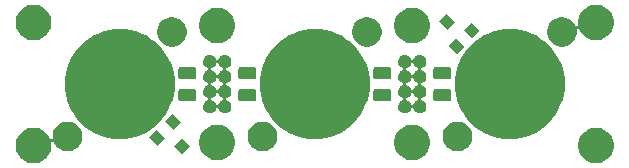
<source format=gbr>
G04 #@! TF.GenerationSoftware,KiCad,Pcbnew,(5.1.4)-1*
G04 #@! TF.CreationDate,2019-11-14T22:55:44-08:00*
G04 #@! TF.ProjectId,SkateLightLEDBoard,536b6174-654c-4696-9768-744c4544426f,rev?*
G04 #@! TF.SameCoordinates,Original*
G04 #@! TF.FileFunction,Soldermask,Top*
G04 #@! TF.FilePolarity,Negative*
%FSLAX46Y46*%
G04 Gerber Fmt 4.6, Leading zero omitted, Abs format (unit mm)*
G04 Created by KiCad (PCBNEW (5.1.4)-1) date 2019-11-14 22:55:44*
%MOMM*%
%LPD*%
G04 APERTURE LIST*
%ADD10C,0.100000*%
G04 APERTURE END LIST*
D10*
G36*
X-20568097Y-3220075D02*
G01*
X-20340429Y-3314378D01*
X-20135534Y-3451285D01*
X-19961285Y-3625534D01*
X-19824378Y-3830429D01*
X-19824377Y-3830431D01*
X-19730075Y-4058097D01*
X-19682000Y-4299786D01*
X-19682000Y-4546214D01*
X-19725741Y-4766113D01*
X-19730075Y-4787903D01*
X-19824378Y-5015571D01*
X-19961285Y-5220466D01*
X-20135534Y-5394715D01*
X-20340429Y-5531622D01*
X-20340430Y-5531623D01*
X-20340431Y-5531623D01*
X-20568097Y-5625925D01*
X-20809786Y-5674000D01*
X-21056214Y-5674000D01*
X-21297903Y-5625925D01*
X-21525569Y-5531623D01*
X-21525570Y-5531623D01*
X-21525571Y-5531622D01*
X-21730466Y-5394715D01*
X-21904715Y-5220466D01*
X-22041622Y-5015571D01*
X-22071244Y-4944058D01*
X-22082795Y-4922447D01*
X-22098340Y-4903505D01*
X-22117282Y-4887960D01*
X-22138893Y-4876409D01*
X-22162342Y-4869296D01*
X-22186728Y-4866894D01*
X-22211114Y-4869296D01*
X-22234563Y-4876409D01*
X-22256174Y-4887960D01*
X-22275116Y-4903505D01*
X-22290661Y-4922447D01*
X-22302212Y-4944058D01*
X-22309325Y-4967507D01*
X-22311727Y-4991893D01*
X-22309326Y-5016275D01*
X-22301000Y-5058130D01*
X-22301000Y-5355870D01*
X-22359086Y-5647888D01*
X-22473026Y-5922964D01*
X-22638441Y-6170525D01*
X-22848975Y-6381059D01*
X-23096536Y-6546474D01*
X-23371612Y-6660414D01*
X-23517621Y-6689457D01*
X-23663629Y-6718500D01*
X-23961371Y-6718500D01*
X-24107379Y-6689457D01*
X-24253388Y-6660414D01*
X-24528464Y-6546474D01*
X-24776025Y-6381059D01*
X-24986559Y-6170525D01*
X-25151974Y-5922964D01*
X-25265914Y-5647888D01*
X-25324000Y-5355870D01*
X-25324000Y-5058130D01*
X-25315534Y-5015571D01*
X-25273476Y-4804129D01*
X-25265914Y-4766112D01*
X-25151974Y-4491036D01*
X-24986559Y-4243475D01*
X-24776025Y-4032941D01*
X-24528464Y-3867526D01*
X-24253388Y-3753586D01*
X-24107379Y-3724543D01*
X-23961371Y-3695500D01*
X-23663629Y-3695500D01*
X-23517621Y-3724543D01*
X-23371612Y-3753586D01*
X-23096536Y-3867526D01*
X-22848975Y-4032941D01*
X-22638441Y-4243475D01*
X-22473026Y-4491036D01*
X-22423763Y-4609967D01*
X-22412216Y-4631571D01*
X-22396671Y-4650513D01*
X-22377729Y-4666058D01*
X-22356118Y-4677609D01*
X-22332669Y-4684722D01*
X-22308283Y-4687124D01*
X-22283897Y-4684722D01*
X-22260448Y-4677609D01*
X-22238837Y-4666058D01*
X-22219895Y-4650513D01*
X-22204350Y-4631571D01*
X-22192799Y-4609960D01*
X-22185686Y-4586511D01*
X-22183284Y-4562125D01*
X-22184000Y-4554853D01*
X-22184000Y-4299786D01*
X-22135925Y-4058097D01*
X-22041623Y-3830431D01*
X-22041622Y-3830429D01*
X-21904715Y-3625534D01*
X-21730466Y-3451285D01*
X-21525571Y-3314378D01*
X-21297903Y-3220075D01*
X-21056214Y-3172000D01*
X-20809786Y-3172000D01*
X-20568097Y-3220075D01*
X-20568097Y-3220075D01*
G37*
G36*
X24107379Y-3724543D02*
G01*
X24253388Y-3753586D01*
X24528464Y-3867526D01*
X24776025Y-4032941D01*
X24986559Y-4243475D01*
X25151974Y-4491036D01*
X25265914Y-4766112D01*
X25273476Y-4804129D01*
X25315535Y-5015571D01*
X25324000Y-5058130D01*
X25324000Y-5355870D01*
X25265914Y-5647888D01*
X25151974Y-5922964D01*
X24986559Y-6170525D01*
X24776025Y-6381059D01*
X24528464Y-6546474D01*
X24253388Y-6660414D01*
X24107379Y-6689457D01*
X23961371Y-6718500D01*
X23663629Y-6718500D01*
X23517621Y-6689457D01*
X23371612Y-6660414D01*
X23096536Y-6546474D01*
X22848975Y-6381059D01*
X22638441Y-6170525D01*
X22473026Y-5922964D01*
X22359086Y-5647888D01*
X22301000Y-5355870D01*
X22301000Y-5058130D01*
X22309466Y-5015571D01*
X22351524Y-4804129D01*
X22359086Y-4766112D01*
X22473026Y-4491036D01*
X22638441Y-4243475D01*
X22848975Y-4032941D01*
X23096536Y-3867526D01*
X23371612Y-3753586D01*
X23517621Y-3724543D01*
X23663629Y-3695500D01*
X23961371Y-3695500D01*
X24107379Y-3724543D01*
X24107379Y-3724543D01*
G37*
G36*
X8453063Y-3451285D02*
G01*
X8695888Y-3499586D01*
X8970964Y-3613526D01*
X9218525Y-3778941D01*
X9429059Y-3989475D01*
X9594474Y-4237036D01*
X9708414Y-4512112D01*
X9766500Y-4804130D01*
X9766500Y-5101870D01*
X9708414Y-5393888D01*
X9594474Y-5668964D01*
X9429059Y-5916525D01*
X9218525Y-6127059D01*
X8970964Y-6292474D01*
X8695888Y-6406414D01*
X8549879Y-6435457D01*
X8403871Y-6464500D01*
X8106129Y-6464500D01*
X7960121Y-6435457D01*
X7814112Y-6406414D01*
X7539036Y-6292474D01*
X7291475Y-6127059D01*
X7080941Y-5916525D01*
X6915526Y-5668964D01*
X6801586Y-5393888D01*
X6743500Y-5101870D01*
X6743500Y-4804130D01*
X6801586Y-4512112D01*
X6915526Y-4237036D01*
X7080941Y-3989475D01*
X7291475Y-3778941D01*
X7539036Y-3613526D01*
X7814112Y-3499586D01*
X8056937Y-3451285D01*
X8106129Y-3441500D01*
X8403871Y-3441500D01*
X8453063Y-3451285D01*
X8453063Y-3451285D01*
G37*
G36*
X-8056937Y-3451285D02*
G01*
X-7814112Y-3499586D01*
X-7539036Y-3613526D01*
X-7291475Y-3778941D01*
X-7080941Y-3989475D01*
X-6915526Y-4237036D01*
X-6801586Y-4512112D01*
X-6743500Y-4804130D01*
X-6743500Y-5101870D01*
X-6801586Y-5393888D01*
X-6915526Y-5668964D01*
X-7080941Y-5916525D01*
X-7291475Y-6127059D01*
X-7539036Y-6292474D01*
X-7814112Y-6406414D01*
X-7960121Y-6435457D01*
X-8106129Y-6464500D01*
X-8403871Y-6464500D01*
X-8549879Y-6435457D01*
X-8695888Y-6406414D01*
X-8970964Y-6292474D01*
X-9218525Y-6127059D01*
X-9429059Y-5916525D01*
X-9594474Y-5668964D01*
X-9708414Y-5393888D01*
X-9766500Y-5101870D01*
X-9766500Y-4804130D01*
X-9708414Y-4512112D01*
X-9594474Y-4237036D01*
X-9429059Y-3989475D01*
X-9218525Y-3778941D01*
X-8970964Y-3613526D01*
X-8695888Y-3499586D01*
X-8453063Y-3451285D01*
X-8403871Y-3441500D01*
X-8106129Y-3441500D01*
X-8056937Y-3451285D01*
X-8056937Y-3451285D01*
G37*
G36*
X-10557727Y-5314462D02*
G01*
X-11195538Y-5952273D01*
X-11904059Y-5243752D01*
X-11266248Y-4605941D01*
X-10557727Y-5314462D01*
X-10557727Y-5314462D01*
G37*
G36*
X-4058097Y-3220075D02*
G01*
X-3830429Y-3314378D01*
X-3625534Y-3451285D01*
X-3451285Y-3625534D01*
X-3314378Y-3830429D01*
X-3314377Y-3830431D01*
X-3220075Y-4058097D01*
X-3172000Y-4299786D01*
X-3172000Y-4546214D01*
X-3215741Y-4766113D01*
X-3220075Y-4787903D01*
X-3314378Y-5015571D01*
X-3451285Y-5220466D01*
X-3625534Y-5394715D01*
X-3830429Y-5531622D01*
X-3830430Y-5531623D01*
X-3830431Y-5531623D01*
X-4058097Y-5625925D01*
X-4299786Y-5674000D01*
X-4546214Y-5674000D01*
X-4787903Y-5625925D01*
X-5015569Y-5531623D01*
X-5015570Y-5531623D01*
X-5015571Y-5531622D01*
X-5220466Y-5394715D01*
X-5394715Y-5220466D01*
X-5531622Y-5015571D01*
X-5625925Y-4787903D01*
X-5630259Y-4766113D01*
X-5674000Y-4546214D01*
X-5674000Y-4299786D01*
X-5625925Y-4058097D01*
X-5531623Y-3830431D01*
X-5531622Y-3830429D01*
X-5394715Y-3625534D01*
X-5220466Y-3451285D01*
X-5015571Y-3314378D01*
X-4787903Y-3220075D01*
X-4546214Y-3172000D01*
X-4299786Y-3172000D01*
X-4058097Y-3220075D01*
X-4058097Y-3220075D01*
G37*
G36*
X12451903Y-3220075D02*
G01*
X12679571Y-3314378D01*
X12884466Y-3451285D01*
X13058715Y-3625534D01*
X13195622Y-3830429D01*
X13195623Y-3830431D01*
X13289925Y-4058097D01*
X13338000Y-4299786D01*
X13338000Y-4546214D01*
X13294259Y-4766113D01*
X13289925Y-4787903D01*
X13195622Y-5015571D01*
X13058715Y-5220466D01*
X12884466Y-5394715D01*
X12679571Y-5531622D01*
X12679570Y-5531623D01*
X12679569Y-5531623D01*
X12451903Y-5625925D01*
X12210214Y-5674000D01*
X11963786Y-5674000D01*
X11722097Y-5625925D01*
X11494431Y-5531623D01*
X11494430Y-5531623D01*
X11494429Y-5531622D01*
X11289534Y-5394715D01*
X11115285Y-5220466D01*
X10978378Y-5015571D01*
X10884075Y-4787903D01*
X10879741Y-4766113D01*
X10836000Y-4546214D01*
X10836000Y-4299786D01*
X10884075Y-4058097D01*
X10978377Y-3830431D01*
X10978378Y-3830429D01*
X11115285Y-3625534D01*
X11289534Y-3451285D01*
X11494429Y-3314378D01*
X11722097Y-3220075D01*
X11963786Y-3172000D01*
X12210214Y-3172000D01*
X12451903Y-3220075D01*
X12451903Y-3220075D01*
G37*
G36*
X-12643692Y-4572000D02*
G01*
X-13281503Y-5209811D01*
X-13990024Y-4501290D01*
X-13352213Y-3863479D01*
X-12643692Y-4572000D01*
X-12643692Y-4572000D01*
G37*
G36*
X-15153354Y4472265D02*
G01*
X-14802751Y4327041D01*
X-14306925Y4121663D01*
X-13756060Y3753586D01*
X-13546445Y3613526D01*
X-13545160Y3612667D01*
X-12897333Y2964840D01*
X-12388337Y2203075D01*
X-12207350Y1766133D01*
X-12037735Y1356646D01*
X-11859000Y458085D01*
X-11859000Y-458085D01*
X-12037735Y-1356646D01*
X-12155192Y-1640211D01*
X-12388337Y-2203075D01*
X-12600084Y-2519976D01*
X-12897332Y-2964839D01*
X-13545161Y-3612668D01*
X-13669128Y-3695500D01*
X-14306925Y-4121663D01*
X-14736953Y-4299786D01*
X-15153354Y-4472265D01*
X-16051915Y-4651000D01*
X-16968085Y-4651000D01*
X-17866646Y-4472265D01*
X-18283047Y-4299786D01*
X-18713075Y-4121663D01*
X-19350872Y-3695500D01*
X-19474839Y-3612668D01*
X-20122668Y-2964839D01*
X-20419916Y-2519976D01*
X-20631663Y-2203075D01*
X-20864808Y-1640211D01*
X-20982265Y-1356646D01*
X-21161000Y-458085D01*
X-21161000Y458085D01*
X-20982265Y1356646D01*
X-20812650Y1766133D01*
X-20631663Y2203075D01*
X-20122667Y2964840D01*
X-19474840Y3612667D01*
X-19473554Y3613526D01*
X-19263940Y3753586D01*
X-18713075Y4121663D01*
X-18217249Y4327041D01*
X-17866646Y4472265D01*
X-16968085Y4651000D01*
X-16051915Y4651000D01*
X-15153354Y4472265D01*
X-15153354Y4472265D01*
G37*
G36*
X1356646Y4472265D02*
G01*
X1707249Y4327041D01*
X2203075Y4121663D01*
X2753940Y3753586D01*
X2963555Y3613526D01*
X2964840Y3612667D01*
X3612667Y2964840D01*
X4121663Y2203075D01*
X4302650Y1766133D01*
X4472265Y1356646D01*
X4651000Y458085D01*
X4651000Y-458085D01*
X4472265Y-1356646D01*
X4354808Y-1640211D01*
X4121663Y-2203075D01*
X3909916Y-2519976D01*
X3612668Y-2964839D01*
X2964839Y-3612668D01*
X2840872Y-3695500D01*
X2203075Y-4121663D01*
X1773047Y-4299786D01*
X1356646Y-4472265D01*
X458085Y-4651000D01*
X-458085Y-4651000D01*
X-1356646Y-4472265D01*
X-1773047Y-4299786D01*
X-2203075Y-4121663D01*
X-2840872Y-3695500D01*
X-2964839Y-3612668D01*
X-3612668Y-2964839D01*
X-3909916Y-2519976D01*
X-4121663Y-2203075D01*
X-4354808Y-1640211D01*
X-4472265Y-1356646D01*
X-4651000Y-458085D01*
X-4651000Y458085D01*
X-4472265Y1356646D01*
X-4302650Y1766133D01*
X-4121663Y2203075D01*
X-3612667Y2964840D01*
X-2964840Y3612667D01*
X-2963554Y3613526D01*
X-2753940Y3753586D01*
X-2203075Y4121663D01*
X-1707249Y4327041D01*
X-1356646Y4472265D01*
X-458085Y4651000D01*
X458085Y4651000D01*
X1356646Y4472265D01*
X1356646Y4472265D01*
G37*
G36*
X17866646Y4472265D02*
G01*
X18217249Y4327041D01*
X18713075Y4121663D01*
X19263940Y3753586D01*
X19473555Y3613526D01*
X19474840Y3612667D01*
X20122667Y2964840D01*
X20631663Y2203075D01*
X20812650Y1766133D01*
X20982265Y1356646D01*
X21161000Y458085D01*
X21161000Y-458085D01*
X20982265Y-1356646D01*
X20864808Y-1640211D01*
X20631663Y-2203075D01*
X20419916Y-2519976D01*
X20122668Y-2964839D01*
X19474839Y-3612668D01*
X19350872Y-3695500D01*
X18713075Y-4121663D01*
X18283047Y-4299786D01*
X17866646Y-4472265D01*
X16968085Y-4651000D01*
X16051915Y-4651000D01*
X15153354Y-4472265D01*
X14736953Y-4299786D01*
X14306925Y-4121663D01*
X13669128Y-3695500D01*
X13545161Y-3612668D01*
X12897332Y-2964839D01*
X12600084Y-2519976D01*
X12388337Y-2203075D01*
X12155192Y-1640211D01*
X12037735Y-1356646D01*
X11859000Y-458085D01*
X11859000Y458085D01*
X12037735Y1356646D01*
X12207350Y1766133D01*
X12388337Y2203075D01*
X12897333Y2964840D01*
X13545160Y3612667D01*
X13546446Y3613526D01*
X13756060Y3753586D01*
X14306925Y4121663D01*
X14802751Y4327041D01*
X15153354Y4472265D01*
X16051915Y4651000D01*
X16968085Y4651000D01*
X17866646Y4472265D01*
X17866646Y4472265D01*
G37*
G36*
X-11300189Y-3228497D02*
G01*
X-11938000Y-3866308D01*
X-12646521Y-3157787D01*
X-12008710Y-2519976D01*
X-11300189Y-3228497D01*
X-11300189Y-3228497D01*
G37*
G36*
X-8726949Y2442520D02*
G01*
X-8676080Y2421449D01*
X-8625214Y2400380D01*
X-8533658Y2339204D01*
X-8455796Y2261342D01*
X-8394620Y2169786D01*
X-8370484Y2111515D01*
X-8358932Y2089905D01*
X-8343387Y2070963D01*
X-8324445Y2055418D01*
X-8302834Y2043867D01*
X-8279385Y2036754D01*
X-8254999Y2034352D01*
X-8230613Y2036754D01*
X-8207164Y2043867D01*
X-8185554Y2055419D01*
X-8166612Y2070964D01*
X-8151067Y2089906D01*
X-8139516Y2111515D01*
X-8115380Y2169786D01*
X-8054204Y2261342D01*
X-7976342Y2339204D01*
X-7884786Y2400380D01*
X-7833920Y2421449D01*
X-7783051Y2442520D01*
X-7675059Y2464000D01*
X-7564941Y2464000D01*
X-7456949Y2442520D01*
X-7406080Y2421449D01*
X-7355214Y2400380D01*
X-7263658Y2339204D01*
X-7185796Y2261342D01*
X-7124620Y2169786D01*
X-7103551Y2118920D01*
X-7082480Y2068051D01*
X-7061000Y1960059D01*
X-7061000Y1849941D01*
X-7082480Y1741949D01*
X-7091533Y1720094D01*
X-7124620Y1640214D01*
X-7185796Y1548658D01*
X-7263658Y1470796D01*
X-7355214Y1409620D01*
X-7413485Y1385484D01*
X-7435095Y1373932D01*
X-7454037Y1358387D01*
X-7469582Y1339445D01*
X-7481133Y1317834D01*
X-7488246Y1294385D01*
X-7490648Y1269999D01*
X-7488246Y1245613D01*
X-7481133Y1222164D01*
X-7469581Y1200554D01*
X-7454036Y1181612D01*
X-7435094Y1166067D01*
X-7413487Y1154517D01*
X-7355214Y1130380D01*
X-7263658Y1069204D01*
X-7185796Y991342D01*
X-7124620Y899786D01*
X-7103551Y848920D01*
X-7082480Y798051D01*
X-7061000Y690059D01*
X-7061000Y579941D01*
X-7082480Y471949D01*
X-7091533Y450094D01*
X-7124620Y370214D01*
X-7185796Y278658D01*
X-7263658Y200796D01*
X-7355214Y139620D01*
X-7413485Y115484D01*
X-7435095Y103932D01*
X-7454037Y88387D01*
X-7469582Y69445D01*
X-7481133Y47834D01*
X-7488246Y24385D01*
X-7490648Y-1D01*
X-7488246Y-24387D01*
X-7481133Y-47836D01*
X-7469581Y-69446D01*
X-7454036Y-88388D01*
X-7435094Y-103933D01*
X-7413487Y-115483D01*
X-7355214Y-139620D01*
X-7263658Y-200796D01*
X-7185796Y-278658D01*
X-7124620Y-370214D01*
X-7112697Y-399000D01*
X-7082480Y-471949D01*
X-7061000Y-579941D01*
X-7061000Y-690059D01*
X-7082480Y-798051D01*
X-7091533Y-819906D01*
X-7124620Y-899786D01*
X-7185796Y-991342D01*
X-7263658Y-1069204D01*
X-7355214Y-1130380D01*
X-7413485Y-1154516D01*
X-7435095Y-1166068D01*
X-7454037Y-1181613D01*
X-7469582Y-1200555D01*
X-7481133Y-1222166D01*
X-7488246Y-1245615D01*
X-7490648Y-1270001D01*
X-7488246Y-1294387D01*
X-7481133Y-1317836D01*
X-7469581Y-1339446D01*
X-7454036Y-1358388D01*
X-7435094Y-1373933D01*
X-7413487Y-1385483D01*
X-7355214Y-1409620D01*
X-7263658Y-1470796D01*
X-7185796Y-1548658D01*
X-7124620Y-1640214D01*
X-7103551Y-1691080D01*
X-7082480Y-1741949D01*
X-7061000Y-1849941D01*
X-7061000Y-1960059D01*
X-7082480Y-2068051D01*
X-7091533Y-2089906D01*
X-7124620Y-2169786D01*
X-7185796Y-2261342D01*
X-7263658Y-2339204D01*
X-7355214Y-2400380D01*
X-7406080Y-2421449D01*
X-7456949Y-2442520D01*
X-7564941Y-2464000D01*
X-7675059Y-2464000D01*
X-7783051Y-2442520D01*
X-7833920Y-2421449D01*
X-7884786Y-2400380D01*
X-7976342Y-2339204D01*
X-8054204Y-2261342D01*
X-8115380Y-2169786D01*
X-8139517Y-2111513D01*
X-8151068Y-2089905D01*
X-8166613Y-2070963D01*
X-8185555Y-2055418D01*
X-8207166Y-2043867D01*
X-8230615Y-2036754D01*
X-8255001Y-2034352D01*
X-8279387Y-2036754D01*
X-8302836Y-2043867D01*
X-8324446Y-2055419D01*
X-8343388Y-2070964D01*
X-8358933Y-2089906D01*
X-8370483Y-2111513D01*
X-8394620Y-2169786D01*
X-8455796Y-2261342D01*
X-8533658Y-2339204D01*
X-8625214Y-2400380D01*
X-8676080Y-2421449D01*
X-8726949Y-2442520D01*
X-8834941Y-2464000D01*
X-8945059Y-2464000D01*
X-9053051Y-2442520D01*
X-9103920Y-2421449D01*
X-9154786Y-2400380D01*
X-9246342Y-2339204D01*
X-9324204Y-2261342D01*
X-9385380Y-2169786D01*
X-9418467Y-2089906D01*
X-9427520Y-2068051D01*
X-9449000Y-1960059D01*
X-9449000Y-1849941D01*
X-9427520Y-1741949D01*
X-9406449Y-1691080D01*
X-9385380Y-1640214D01*
X-9324204Y-1548658D01*
X-9246342Y-1470796D01*
X-9154786Y-1409620D01*
X-9096513Y-1385483D01*
X-9074905Y-1373932D01*
X-9055963Y-1358387D01*
X-9040418Y-1339445D01*
X-9028867Y-1317834D01*
X-9021754Y-1294385D01*
X-9019353Y-1270001D01*
X-8760648Y-1270001D01*
X-8758246Y-1294387D01*
X-8751133Y-1317836D01*
X-8739581Y-1339446D01*
X-8724036Y-1358388D01*
X-8705094Y-1373933D01*
X-8683487Y-1385483D01*
X-8625214Y-1409620D01*
X-8533658Y-1470796D01*
X-8455796Y-1548658D01*
X-8394620Y-1640214D01*
X-8370484Y-1698485D01*
X-8358932Y-1720095D01*
X-8343387Y-1739037D01*
X-8324445Y-1754582D01*
X-8302834Y-1766133D01*
X-8279385Y-1773246D01*
X-8254999Y-1775648D01*
X-8230613Y-1773246D01*
X-8207164Y-1766133D01*
X-8185554Y-1754581D01*
X-8166612Y-1739036D01*
X-8151067Y-1720094D01*
X-8139516Y-1698485D01*
X-8115380Y-1640214D01*
X-8054204Y-1548658D01*
X-7976342Y-1470796D01*
X-7884786Y-1409620D01*
X-7826513Y-1385483D01*
X-7804905Y-1373932D01*
X-7785963Y-1358387D01*
X-7770418Y-1339445D01*
X-7758867Y-1317834D01*
X-7751754Y-1294385D01*
X-7749352Y-1269999D01*
X-7751754Y-1245613D01*
X-7758867Y-1222164D01*
X-7770419Y-1200554D01*
X-7785964Y-1181612D01*
X-7804906Y-1166067D01*
X-7826515Y-1154516D01*
X-7884786Y-1130380D01*
X-7976342Y-1069204D01*
X-8054204Y-991342D01*
X-8115380Y-899786D01*
X-8139517Y-841513D01*
X-8151068Y-819905D01*
X-8166613Y-800963D01*
X-8185555Y-785418D01*
X-8207166Y-773867D01*
X-8230615Y-766754D01*
X-8255001Y-764352D01*
X-8279387Y-766754D01*
X-8302836Y-773867D01*
X-8324446Y-785419D01*
X-8343388Y-800964D01*
X-8358933Y-819906D01*
X-8370483Y-841513D01*
X-8394620Y-899786D01*
X-8455796Y-991342D01*
X-8533658Y-1069204D01*
X-8625214Y-1130380D01*
X-8683485Y-1154516D01*
X-8705095Y-1166068D01*
X-8724037Y-1181613D01*
X-8739582Y-1200555D01*
X-8751133Y-1222166D01*
X-8758246Y-1245615D01*
X-8760648Y-1270001D01*
X-9019353Y-1270001D01*
X-9019352Y-1269999D01*
X-9021754Y-1245613D01*
X-9028867Y-1222164D01*
X-9040419Y-1200554D01*
X-9055964Y-1181612D01*
X-9074906Y-1166067D01*
X-9096515Y-1154516D01*
X-9154786Y-1130380D01*
X-9246342Y-1069204D01*
X-9324204Y-991342D01*
X-9385380Y-899786D01*
X-9418467Y-819906D01*
X-9427520Y-798051D01*
X-9449000Y-690059D01*
X-9449000Y-579941D01*
X-9427520Y-471949D01*
X-9397303Y-399000D01*
X-9385380Y-370214D01*
X-9324204Y-278658D01*
X-9246342Y-200796D01*
X-9154786Y-139620D01*
X-9096513Y-115483D01*
X-9074905Y-103932D01*
X-9055963Y-88387D01*
X-9040418Y-69445D01*
X-9028867Y-47834D01*
X-9021754Y-24385D01*
X-9019353Y-1D01*
X-8760648Y-1D01*
X-8758246Y-24387D01*
X-8751133Y-47836D01*
X-8739581Y-69446D01*
X-8724036Y-88388D01*
X-8705094Y-103933D01*
X-8683487Y-115483D01*
X-8625214Y-139620D01*
X-8533658Y-200796D01*
X-8455796Y-278658D01*
X-8394620Y-370214D01*
X-8382697Y-399000D01*
X-8370484Y-428485D01*
X-8358932Y-450095D01*
X-8343387Y-469037D01*
X-8324445Y-484582D01*
X-8302834Y-496133D01*
X-8279385Y-503246D01*
X-8254999Y-505648D01*
X-8230613Y-503246D01*
X-8207164Y-496133D01*
X-8185554Y-484581D01*
X-8166612Y-469036D01*
X-8151067Y-450094D01*
X-8139516Y-428485D01*
X-8127303Y-399000D01*
X-8115380Y-370214D01*
X-8054204Y-278658D01*
X-7976342Y-200796D01*
X-7884786Y-139620D01*
X-7826513Y-115483D01*
X-7804905Y-103932D01*
X-7785963Y-88387D01*
X-7770418Y-69445D01*
X-7758867Y-47834D01*
X-7751754Y-24385D01*
X-7749352Y1D01*
X-7751754Y24387D01*
X-7758867Y47836D01*
X-7770419Y69446D01*
X-7785964Y88388D01*
X-7804906Y103933D01*
X-7826515Y115484D01*
X-7884786Y139620D01*
X-7976342Y200796D01*
X-8054204Y278658D01*
X-8115380Y370214D01*
X-8139517Y428487D01*
X-8151068Y450095D01*
X-8166613Y469037D01*
X-8185555Y484582D01*
X-8207166Y496133D01*
X-8230615Y503246D01*
X-8255001Y505648D01*
X-8279387Y503246D01*
X-8302836Y496133D01*
X-8324446Y484581D01*
X-8343388Y469036D01*
X-8358933Y450094D01*
X-8370483Y428487D01*
X-8394620Y370214D01*
X-8455796Y278658D01*
X-8533658Y200796D01*
X-8625214Y139620D01*
X-8683485Y115484D01*
X-8705095Y103932D01*
X-8724037Y88387D01*
X-8739582Y69445D01*
X-8751133Y47834D01*
X-8758246Y24385D01*
X-8760648Y-1D01*
X-9019353Y-1D01*
X-9019352Y1D01*
X-9021754Y24387D01*
X-9028867Y47836D01*
X-9040419Y69446D01*
X-9055964Y88388D01*
X-9074906Y103933D01*
X-9096515Y115484D01*
X-9154786Y139620D01*
X-9246342Y200796D01*
X-9324204Y278658D01*
X-9385380Y370214D01*
X-9418467Y450094D01*
X-9427520Y471949D01*
X-9449000Y579941D01*
X-9449000Y690059D01*
X-9427520Y798051D01*
X-9406449Y848920D01*
X-9385380Y899786D01*
X-9324204Y991342D01*
X-9246342Y1069204D01*
X-9154786Y1130380D01*
X-9096513Y1154517D01*
X-9074905Y1166068D01*
X-9055963Y1181613D01*
X-9040418Y1200555D01*
X-9028867Y1222166D01*
X-9021754Y1245615D01*
X-9019353Y1269999D01*
X-8760648Y1269999D01*
X-8758246Y1245613D01*
X-8751133Y1222164D01*
X-8739581Y1200554D01*
X-8724036Y1181612D01*
X-8705094Y1166067D01*
X-8683487Y1154517D01*
X-8625214Y1130380D01*
X-8533658Y1069204D01*
X-8455796Y991342D01*
X-8394620Y899786D01*
X-8370484Y841515D01*
X-8358932Y819905D01*
X-8343387Y800963D01*
X-8324445Y785418D01*
X-8302834Y773867D01*
X-8279385Y766754D01*
X-8254999Y764352D01*
X-8230613Y766754D01*
X-8207164Y773867D01*
X-8185554Y785419D01*
X-8166612Y800964D01*
X-8151067Y819906D01*
X-8139516Y841515D01*
X-8115380Y899786D01*
X-8054204Y991342D01*
X-7976342Y1069204D01*
X-7884786Y1130380D01*
X-7826513Y1154517D01*
X-7804905Y1166068D01*
X-7785963Y1181613D01*
X-7770418Y1200555D01*
X-7758867Y1222166D01*
X-7751754Y1245615D01*
X-7749352Y1270001D01*
X-7751754Y1294387D01*
X-7758867Y1317836D01*
X-7770419Y1339446D01*
X-7785964Y1358388D01*
X-7804906Y1373933D01*
X-7826515Y1385484D01*
X-7884786Y1409620D01*
X-7976342Y1470796D01*
X-8054204Y1548658D01*
X-8115380Y1640214D01*
X-8139517Y1698487D01*
X-8151068Y1720095D01*
X-8166613Y1739037D01*
X-8185555Y1754582D01*
X-8207166Y1766133D01*
X-8230615Y1773246D01*
X-8255001Y1775648D01*
X-8279387Y1773246D01*
X-8302836Y1766133D01*
X-8324446Y1754581D01*
X-8343388Y1739036D01*
X-8358933Y1720094D01*
X-8370483Y1698487D01*
X-8394620Y1640214D01*
X-8455796Y1548658D01*
X-8533658Y1470796D01*
X-8625214Y1409620D01*
X-8683485Y1385484D01*
X-8705095Y1373932D01*
X-8724037Y1358387D01*
X-8739582Y1339445D01*
X-8751133Y1317834D01*
X-8758246Y1294385D01*
X-8760648Y1269999D01*
X-9019353Y1269999D01*
X-9019352Y1270001D01*
X-9021754Y1294387D01*
X-9028867Y1317836D01*
X-9040419Y1339446D01*
X-9055964Y1358388D01*
X-9074906Y1373933D01*
X-9096515Y1385484D01*
X-9154786Y1409620D01*
X-9246342Y1470796D01*
X-9324204Y1548658D01*
X-9385380Y1640214D01*
X-9418467Y1720094D01*
X-9427520Y1741949D01*
X-9449000Y1849941D01*
X-9449000Y1960059D01*
X-9427520Y2068051D01*
X-9406449Y2118920D01*
X-9385380Y2169786D01*
X-9324204Y2261342D01*
X-9246342Y2339204D01*
X-9154786Y2400380D01*
X-9103920Y2421449D01*
X-9053051Y2442520D01*
X-8945059Y2464000D01*
X-8834941Y2464000D01*
X-8726949Y2442520D01*
X-8726949Y2442520D01*
G37*
G36*
X7783051Y2442520D02*
G01*
X7833920Y2421449D01*
X7884786Y2400380D01*
X7976342Y2339204D01*
X8054204Y2261342D01*
X8115380Y2169786D01*
X8139516Y2111515D01*
X8151068Y2089905D01*
X8166613Y2070963D01*
X8185555Y2055418D01*
X8207166Y2043867D01*
X8230615Y2036754D01*
X8255001Y2034352D01*
X8279387Y2036754D01*
X8302836Y2043867D01*
X8324446Y2055419D01*
X8343388Y2070964D01*
X8358933Y2089906D01*
X8370484Y2111515D01*
X8394620Y2169786D01*
X8455796Y2261342D01*
X8533658Y2339204D01*
X8625214Y2400380D01*
X8676080Y2421449D01*
X8726949Y2442520D01*
X8834941Y2464000D01*
X8945059Y2464000D01*
X9053051Y2442520D01*
X9103920Y2421449D01*
X9154786Y2400380D01*
X9246342Y2339204D01*
X9324204Y2261342D01*
X9385380Y2169786D01*
X9406449Y2118920D01*
X9427520Y2068051D01*
X9449000Y1960059D01*
X9449000Y1849941D01*
X9427520Y1741949D01*
X9418467Y1720094D01*
X9385380Y1640214D01*
X9324204Y1548658D01*
X9246342Y1470796D01*
X9154786Y1409620D01*
X9096515Y1385484D01*
X9074905Y1373932D01*
X9055963Y1358387D01*
X9040418Y1339445D01*
X9028867Y1317834D01*
X9021754Y1294385D01*
X9019352Y1269999D01*
X9021754Y1245613D01*
X9028867Y1222164D01*
X9040419Y1200554D01*
X9055964Y1181612D01*
X9074906Y1166067D01*
X9096513Y1154517D01*
X9154786Y1130380D01*
X9246342Y1069204D01*
X9324204Y991342D01*
X9385380Y899786D01*
X9406449Y848920D01*
X9427520Y798051D01*
X9449000Y690059D01*
X9449000Y579941D01*
X9427520Y471949D01*
X9418467Y450094D01*
X9385380Y370214D01*
X9324204Y278658D01*
X9246342Y200796D01*
X9154786Y139620D01*
X9096515Y115484D01*
X9074905Y103932D01*
X9055963Y88387D01*
X9040418Y69445D01*
X9028867Y47834D01*
X9021754Y24385D01*
X9019352Y-1D01*
X9021754Y-24387D01*
X9028867Y-47836D01*
X9040419Y-69446D01*
X9055964Y-88388D01*
X9074906Y-103933D01*
X9096513Y-115483D01*
X9154786Y-139620D01*
X9246342Y-200796D01*
X9324204Y-278658D01*
X9385380Y-370214D01*
X9397303Y-399000D01*
X9427520Y-471949D01*
X9449000Y-579941D01*
X9449000Y-690059D01*
X9427520Y-798051D01*
X9418467Y-819906D01*
X9385380Y-899786D01*
X9324204Y-991342D01*
X9246342Y-1069204D01*
X9154786Y-1130380D01*
X9096515Y-1154516D01*
X9074905Y-1166068D01*
X9055963Y-1181613D01*
X9040418Y-1200555D01*
X9028867Y-1222166D01*
X9021754Y-1245615D01*
X9019352Y-1270001D01*
X9021754Y-1294387D01*
X9028867Y-1317836D01*
X9040419Y-1339446D01*
X9055964Y-1358388D01*
X9074906Y-1373933D01*
X9096513Y-1385483D01*
X9154786Y-1409620D01*
X9246342Y-1470796D01*
X9324204Y-1548658D01*
X9385380Y-1640214D01*
X9406449Y-1691080D01*
X9427520Y-1741949D01*
X9449000Y-1849941D01*
X9449000Y-1960059D01*
X9427520Y-2068051D01*
X9418467Y-2089906D01*
X9385380Y-2169786D01*
X9324204Y-2261342D01*
X9246342Y-2339204D01*
X9154786Y-2400380D01*
X9103920Y-2421449D01*
X9053051Y-2442520D01*
X8945059Y-2464000D01*
X8834941Y-2464000D01*
X8726949Y-2442520D01*
X8676080Y-2421449D01*
X8625214Y-2400380D01*
X8533658Y-2339204D01*
X8455796Y-2261342D01*
X8394620Y-2169786D01*
X8370483Y-2111513D01*
X8358932Y-2089905D01*
X8343387Y-2070963D01*
X8324445Y-2055418D01*
X8302834Y-2043867D01*
X8279385Y-2036754D01*
X8254999Y-2034352D01*
X8230613Y-2036754D01*
X8207164Y-2043867D01*
X8185554Y-2055419D01*
X8166612Y-2070964D01*
X8151067Y-2089906D01*
X8139517Y-2111513D01*
X8115380Y-2169786D01*
X8054204Y-2261342D01*
X7976342Y-2339204D01*
X7884786Y-2400380D01*
X7833920Y-2421449D01*
X7783051Y-2442520D01*
X7675059Y-2464000D01*
X7564941Y-2464000D01*
X7456949Y-2442520D01*
X7406080Y-2421449D01*
X7355214Y-2400380D01*
X7263658Y-2339204D01*
X7185796Y-2261342D01*
X7124620Y-2169786D01*
X7091533Y-2089906D01*
X7082480Y-2068051D01*
X7061000Y-1960059D01*
X7061000Y-1849941D01*
X7082480Y-1741949D01*
X7103551Y-1691080D01*
X7124620Y-1640214D01*
X7185796Y-1548658D01*
X7263658Y-1470796D01*
X7355214Y-1409620D01*
X7413487Y-1385483D01*
X7435095Y-1373932D01*
X7454037Y-1358387D01*
X7469582Y-1339445D01*
X7481133Y-1317834D01*
X7488246Y-1294385D01*
X7490647Y-1270001D01*
X7749352Y-1270001D01*
X7751754Y-1294387D01*
X7758867Y-1317836D01*
X7770419Y-1339446D01*
X7785964Y-1358388D01*
X7804906Y-1373933D01*
X7826513Y-1385483D01*
X7884786Y-1409620D01*
X7976342Y-1470796D01*
X8054204Y-1548658D01*
X8115380Y-1640214D01*
X8139516Y-1698485D01*
X8151068Y-1720095D01*
X8166613Y-1739037D01*
X8185555Y-1754582D01*
X8207166Y-1766133D01*
X8230615Y-1773246D01*
X8255001Y-1775648D01*
X8279387Y-1773246D01*
X8302836Y-1766133D01*
X8324446Y-1754581D01*
X8343388Y-1739036D01*
X8358933Y-1720094D01*
X8370484Y-1698485D01*
X8394620Y-1640214D01*
X8455796Y-1548658D01*
X8533658Y-1470796D01*
X8625214Y-1409620D01*
X8683487Y-1385483D01*
X8705095Y-1373932D01*
X8724037Y-1358387D01*
X8739582Y-1339445D01*
X8751133Y-1317834D01*
X8758246Y-1294385D01*
X8760648Y-1269999D01*
X8758246Y-1245613D01*
X8751133Y-1222164D01*
X8739581Y-1200554D01*
X8724036Y-1181612D01*
X8705094Y-1166067D01*
X8683485Y-1154516D01*
X8625214Y-1130380D01*
X8533658Y-1069204D01*
X8455796Y-991342D01*
X8394620Y-899786D01*
X8370483Y-841513D01*
X8358932Y-819905D01*
X8343387Y-800963D01*
X8324445Y-785418D01*
X8302834Y-773867D01*
X8279385Y-766754D01*
X8254999Y-764352D01*
X8230613Y-766754D01*
X8207164Y-773867D01*
X8185554Y-785419D01*
X8166612Y-800964D01*
X8151067Y-819906D01*
X8139517Y-841513D01*
X8115380Y-899786D01*
X8054204Y-991342D01*
X7976342Y-1069204D01*
X7884786Y-1130380D01*
X7826515Y-1154516D01*
X7804905Y-1166068D01*
X7785963Y-1181613D01*
X7770418Y-1200555D01*
X7758867Y-1222166D01*
X7751754Y-1245615D01*
X7749352Y-1270001D01*
X7490647Y-1270001D01*
X7490648Y-1269999D01*
X7488246Y-1245613D01*
X7481133Y-1222164D01*
X7469581Y-1200554D01*
X7454036Y-1181612D01*
X7435094Y-1166067D01*
X7413485Y-1154516D01*
X7355214Y-1130380D01*
X7263658Y-1069204D01*
X7185796Y-991342D01*
X7124620Y-899786D01*
X7091533Y-819906D01*
X7082480Y-798051D01*
X7061000Y-690059D01*
X7061000Y-579941D01*
X7082480Y-471949D01*
X7112697Y-399000D01*
X7124620Y-370214D01*
X7185796Y-278658D01*
X7263658Y-200796D01*
X7355214Y-139620D01*
X7413487Y-115483D01*
X7435095Y-103932D01*
X7454037Y-88387D01*
X7469582Y-69445D01*
X7481133Y-47834D01*
X7488246Y-24385D01*
X7490647Y-1D01*
X7749352Y-1D01*
X7751754Y-24387D01*
X7758867Y-47836D01*
X7770419Y-69446D01*
X7785964Y-88388D01*
X7804906Y-103933D01*
X7826513Y-115483D01*
X7884786Y-139620D01*
X7976342Y-200796D01*
X8054204Y-278658D01*
X8115380Y-370214D01*
X8127303Y-399000D01*
X8139516Y-428485D01*
X8151068Y-450095D01*
X8166613Y-469037D01*
X8185555Y-484582D01*
X8207166Y-496133D01*
X8230615Y-503246D01*
X8255001Y-505648D01*
X8279387Y-503246D01*
X8302836Y-496133D01*
X8324446Y-484581D01*
X8343388Y-469036D01*
X8358933Y-450094D01*
X8370484Y-428485D01*
X8382697Y-399000D01*
X8394620Y-370214D01*
X8455796Y-278658D01*
X8533658Y-200796D01*
X8625214Y-139620D01*
X8683487Y-115483D01*
X8705095Y-103932D01*
X8724037Y-88387D01*
X8739582Y-69445D01*
X8751133Y-47834D01*
X8758246Y-24385D01*
X8760648Y1D01*
X8758246Y24387D01*
X8751133Y47836D01*
X8739581Y69446D01*
X8724036Y88388D01*
X8705094Y103933D01*
X8683485Y115484D01*
X8625214Y139620D01*
X8533658Y200796D01*
X8455796Y278658D01*
X8394620Y370214D01*
X8370483Y428487D01*
X8358932Y450095D01*
X8343387Y469037D01*
X8324445Y484582D01*
X8302834Y496133D01*
X8279385Y503246D01*
X8254999Y505648D01*
X8230613Y503246D01*
X8207164Y496133D01*
X8185554Y484581D01*
X8166612Y469036D01*
X8151067Y450094D01*
X8139517Y428487D01*
X8115380Y370214D01*
X8054204Y278658D01*
X7976342Y200796D01*
X7884786Y139620D01*
X7826515Y115484D01*
X7804905Y103932D01*
X7785963Y88387D01*
X7770418Y69445D01*
X7758867Y47834D01*
X7751754Y24385D01*
X7749352Y-1D01*
X7490647Y-1D01*
X7490648Y1D01*
X7488246Y24387D01*
X7481133Y47836D01*
X7469581Y69446D01*
X7454036Y88388D01*
X7435094Y103933D01*
X7413485Y115484D01*
X7355214Y139620D01*
X7263658Y200796D01*
X7185796Y278658D01*
X7124620Y370214D01*
X7091533Y450094D01*
X7082480Y471949D01*
X7061000Y579941D01*
X7061000Y690059D01*
X7082480Y798051D01*
X7103551Y848920D01*
X7124620Y899786D01*
X7185796Y991342D01*
X7263658Y1069204D01*
X7355214Y1130380D01*
X7413487Y1154517D01*
X7435095Y1166068D01*
X7454037Y1181613D01*
X7469582Y1200555D01*
X7481133Y1222166D01*
X7488246Y1245615D01*
X7490647Y1269999D01*
X7749352Y1269999D01*
X7751754Y1245613D01*
X7758867Y1222164D01*
X7770419Y1200554D01*
X7785964Y1181612D01*
X7804906Y1166067D01*
X7826513Y1154517D01*
X7884786Y1130380D01*
X7976342Y1069204D01*
X8054204Y991342D01*
X8115380Y899786D01*
X8139516Y841515D01*
X8151068Y819905D01*
X8166613Y800963D01*
X8185555Y785418D01*
X8207166Y773867D01*
X8230615Y766754D01*
X8255001Y764352D01*
X8279387Y766754D01*
X8302836Y773867D01*
X8324446Y785419D01*
X8343388Y800964D01*
X8358933Y819906D01*
X8370484Y841515D01*
X8394620Y899786D01*
X8455796Y991342D01*
X8533658Y1069204D01*
X8625214Y1130380D01*
X8683487Y1154517D01*
X8705095Y1166068D01*
X8724037Y1181613D01*
X8739582Y1200555D01*
X8751133Y1222166D01*
X8758246Y1245615D01*
X8760648Y1270001D01*
X8758246Y1294387D01*
X8751133Y1317836D01*
X8739581Y1339446D01*
X8724036Y1358388D01*
X8705094Y1373933D01*
X8683485Y1385484D01*
X8625214Y1409620D01*
X8533658Y1470796D01*
X8455796Y1548658D01*
X8394620Y1640214D01*
X8370483Y1698487D01*
X8358932Y1720095D01*
X8343387Y1739037D01*
X8324445Y1754582D01*
X8302834Y1766133D01*
X8279385Y1773246D01*
X8254999Y1775648D01*
X8230613Y1773246D01*
X8207164Y1766133D01*
X8185554Y1754581D01*
X8166612Y1739036D01*
X8151067Y1720094D01*
X8139517Y1698487D01*
X8115380Y1640214D01*
X8054204Y1548658D01*
X7976342Y1470796D01*
X7884786Y1409620D01*
X7826515Y1385484D01*
X7804905Y1373932D01*
X7785963Y1358387D01*
X7770418Y1339445D01*
X7758867Y1317834D01*
X7751754Y1294385D01*
X7749352Y1269999D01*
X7490647Y1269999D01*
X7490648Y1270001D01*
X7488246Y1294387D01*
X7481133Y1317836D01*
X7469581Y1339446D01*
X7454036Y1358388D01*
X7435094Y1373933D01*
X7413485Y1385484D01*
X7355214Y1409620D01*
X7263658Y1470796D01*
X7185796Y1548658D01*
X7124620Y1640214D01*
X7091533Y1720094D01*
X7082480Y1741949D01*
X7061000Y1849941D01*
X7061000Y1960059D01*
X7082480Y2068051D01*
X7103551Y2118920D01*
X7124620Y2169786D01*
X7185796Y2261342D01*
X7263658Y2339204D01*
X7355214Y2400380D01*
X7406080Y2421449D01*
X7456949Y2442520D01*
X7564941Y2464000D01*
X7675059Y2464000D01*
X7783051Y2442520D01*
X7783051Y2442520D01*
G37*
G36*
X-5130532Y-403565D02*
G01*
X-5091862Y-415296D01*
X-5056223Y-434346D01*
X-5024983Y-459983D01*
X-4999346Y-491223D01*
X-4980296Y-526862D01*
X-4968565Y-565532D01*
X-4964000Y-611888D01*
X-4964000Y-1263112D01*
X-4968565Y-1309468D01*
X-4980296Y-1348138D01*
X-4999346Y-1383777D01*
X-5024983Y-1415017D01*
X-5056223Y-1440654D01*
X-5091862Y-1459704D01*
X-5130532Y-1471435D01*
X-5176888Y-1476000D01*
X-6253112Y-1476000D01*
X-6299468Y-1471435D01*
X-6338138Y-1459704D01*
X-6373777Y-1440654D01*
X-6405017Y-1415017D01*
X-6430654Y-1383777D01*
X-6449704Y-1348138D01*
X-6461435Y-1309468D01*
X-6466000Y-1263112D01*
X-6466000Y-611888D01*
X-6461435Y-565532D01*
X-6449704Y-526862D01*
X-6430654Y-491223D01*
X-6405017Y-459983D01*
X-6373777Y-434346D01*
X-6338138Y-415296D01*
X-6299468Y-403565D01*
X-6253112Y-399000D01*
X-5176888Y-399000D01*
X-5130532Y-403565D01*
X-5130532Y-403565D01*
G37*
G36*
X6299468Y-403565D02*
G01*
X6338138Y-415296D01*
X6373777Y-434346D01*
X6405017Y-459983D01*
X6430654Y-491223D01*
X6449704Y-526862D01*
X6461435Y-565532D01*
X6466000Y-611888D01*
X6466000Y-1263112D01*
X6461435Y-1309468D01*
X6449704Y-1348138D01*
X6430654Y-1383777D01*
X6405017Y-1415017D01*
X6373777Y-1440654D01*
X6338138Y-1459704D01*
X6299468Y-1471435D01*
X6253112Y-1476000D01*
X5176888Y-1476000D01*
X5130532Y-1471435D01*
X5091862Y-1459704D01*
X5056223Y-1440654D01*
X5024983Y-1415017D01*
X4999346Y-1383777D01*
X4980296Y-1348138D01*
X4968565Y-1309468D01*
X4964000Y-1263112D01*
X4964000Y-611888D01*
X4968565Y-565532D01*
X4980296Y-526862D01*
X4999346Y-491223D01*
X5024983Y-459983D01*
X5056223Y-434346D01*
X5091862Y-415296D01*
X5130532Y-403565D01*
X5176888Y-399000D01*
X6253112Y-399000D01*
X6299468Y-403565D01*
X6299468Y-403565D01*
G37*
G36*
X-10210532Y-403565D02*
G01*
X-10171862Y-415296D01*
X-10136223Y-434346D01*
X-10104983Y-459983D01*
X-10079346Y-491223D01*
X-10060296Y-526862D01*
X-10048565Y-565532D01*
X-10044000Y-611888D01*
X-10044000Y-1263112D01*
X-10048565Y-1309468D01*
X-10060296Y-1348138D01*
X-10079346Y-1383777D01*
X-10104983Y-1415017D01*
X-10136223Y-1440654D01*
X-10171862Y-1459704D01*
X-10210532Y-1471435D01*
X-10256888Y-1476000D01*
X-11333112Y-1476000D01*
X-11379468Y-1471435D01*
X-11418138Y-1459704D01*
X-11453777Y-1440654D01*
X-11485017Y-1415017D01*
X-11510654Y-1383777D01*
X-11529704Y-1348138D01*
X-11541435Y-1309468D01*
X-11546000Y-1263112D01*
X-11546000Y-611888D01*
X-11541435Y-565532D01*
X-11529704Y-526862D01*
X-11510654Y-491223D01*
X-11485017Y-459983D01*
X-11453777Y-434346D01*
X-11418138Y-415296D01*
X-11379468Y-403565D01*
X-11333112Y-399000D01*
X-10256888Y-399000D01*
X-10210532Y-403565D01*
X-10210532Y-403565D01*
G37*
G36*
X11379468Y-403565D02*
G01*
X11418138Y-415296D01*
X11453777Y-434346D01*
X11485017Y-459983D01*
X11510654Y-491223D01*
X11529704Y-526862D01*
X11541435Y-565532D01*
X11546000Y-611888D01*
X11546000Y-1263112D01*
X11541435Y-1309468D01*
X11529704Y-1348138D01*
X11510654Y-1383777D01*
X11485017Y-1415017D01*
X11453777Y-1440654D01*
X11418138Y-1459704D01*
X11379468Y-1471435D01*
X11333112Y-1476000D01*
X10256888Y-1476000D01*
X10210532Y-1471435D01*
X10171862Y-1459704D01*
X10136223Y-1440654D01*
X10104983Y-1415017D01*
X10079346Y-1383777D01*
X10060296Y-1348138D01*
X10048565Y-1309468D01*
X10044000Y-1263112D01*
X10044000Y-611888D01*
X10048565Y-565532D01*
X10060296Y-526862D01*
X10079346Y-491223D01*
X10104983Y-459983D01*
X10136223Y-434346D01*
X10171862Y-415296D01*
X10210532Y-403565D01*
X10256888Y-399000D01*
X11333112Y-399000D01*
X11379468Y-403565D01*
X11379468Y-403565D01*
G37*
G36*
X11379468Y1471435D02*
G01*
X11418138Y1459704D01*
X11453777Y1440654D01*
X11485017Y1415017D01*
X11510654Y1383777D01*
X11529704Y1348138D01*
X11541435Y1309468D01*
X11546000Y1263112D01*
X11546000Y611888D01*
X11541435Y565532D01*
X11529704Y526862D01*
X11510654Y491223D01*
X11485017Y459983D01*
X11453777Y434346D01*
X11418138Y415296D01*
X11379468Y403565D01*
X11333112Y399000D01*
X10256888Y399000D01*
X10210532Y403565D01*
X10171862Y415296D01*
X10136223Y434346D01*
X10104983Y459983D01*
X10079346Y491223D01*
X10060296Y526862D01*
X10048565Y565532D01*
X10044000Y611888D01*
X10044000Y1263112D01*
X10048565Y1309468D01*
X10060296Y1348138D01*
X10079346Y1383777D01*
X10104983Y1415017D01*
X10136223Y1440654D01*
X10171862Y1459704D01*
X10210532Y1471435D01*
X10256888Y1476000D01*
X11333112Y1476000D01*
X11379468Y1471435D01*
X11379468Y1471435D01*
G37*
G36*
X-10210532Y1471435D02*
G01*
X-10171862Y1459704D01*
X-10136223Y1440654D01*
X-10104983Y1415017D01*
X-10079346Y1383777D01*
X-10060296Y1348138D01*
X-10048565Y1309468D01*
X-10044000Y1263112D01*
X-10044000Y611888D01*
X-10048565Y565532D01*
X-10060296Y526862D01*
X-10079346Y491223D01*
X-10104983Y459983D01*
X-10136223Y434346D01*
X-10171862Y415296D01*
X-10210532Y403565D01*
X-10256888Y399000D01*
X-11333112Y399000D01*
X-11379468Y403565D01*
X-11418138Y415296D01*
X-11453777Y434346D01*
X-11485017Y459983D01*
X-11510654Y491223D01*
X-11529704Y526862D01*
X-11541435Y565532D01*
X-11546000Y611888D01*
X-11546000Y1263112D01*
X-11541435Y1309468D01*
X-11529704Y1348138D01*
X-11510654Y1383777D01*
X-11485017Y1415017D01*
X-11453777Y1440654D01*
X-11418138Y1459704D01*
X-11379468Y1471435D01*
X-11333112Y1476000D01*
X-10256888Y1476000D01*
X-10210532Y1471435D01*
X-10210532Y1471435D01*
G37*
G36*
X6299468Y1471435D02*
G01*
X6338138Y1459704D01*
X6373777Y1440654D01*
X6405017Y1415017D01*
X6430654Y1383777D01*
X6449704Y1348138D01*
X6461435Y1309468D01*
X6466000Y1263112D01*
X6466000Y611888D01*
X6461435Y565532D01*
X6449704Y526862D01*
X6430654Y491223D01*
X6405017Y459983D01*
X6373777Y434346D01*
X6338138Y415296D01*
X6299468Y403565D01*
X6253112Y399000D01*
X5176888Y399000D01*
X5130532Y403565D01*
X5091862Y415296D01*
X5056223Y434346D01*
X5024983Y459983D01*
X4999346Y491223D01*
X4980296Y526862D01*
X4968565Y565532D01*
X4964000Y611888D01*
X4964000Y1263112D01*
X4968565Y1309468D01*
X4980296Y1348138D01*
X4999346Y1383777D01*
X5024983Y1415017D01*
X5056223Y1440654D01*
X5091862Y1459704D01*
X5130532Y1471435D01*
X5176888Y1476000D01*
X6253112Y1476000D01*
X6299468Y1471435D01*
X6299468Y1471435D01*
G37*
G36*
X-5130532Y1471435D02*
G01*
X-5091862Y1459704D01*
X-5056223Y1440654D01*
X-5024983Y1415017D01*
X-4999346Y1383777D01*
X-4980296Y1348138D01*
X-4968565Y1309468D01*
X-4964000Y1263112D01*
X-4964000Y611888D01*
X-4968565Y565532D01*
X-4980296Y526862D01*
X-4999346Y491223D01*
X-5024983Y459983D01*
X-5056223Y434346D01*
X-5091862Y415296D01*
X-5130532Y403565D01*
X-5176888Y399000D01*
X-6253112Y399000D01*
X-6299468Y403565D01*
X-6338138Y415296D01*
X-6373777Y434346D01*
X-6405017Y459983D01*
X-6430654Y491223D01*
X-6449704Y526862D01*
X-6461435Y565532D01*
X-6466000Y611888D01*
X-6466000Y1263112D01*
X-6461435Y1309468D01*
X-6449704Y1348138D01*
X-6430654Y1383777D01*
X-6405017Y1415017D01*
X-6373777Y1440654D01*
X-6338138Y1459704D01*
X-6299468Y1471435D01*
X-6253112Y1476000D01*
X-5176888Y1476000D01*
X-5130532Y1471435D01*
X-5130532Y1471435D01*
G37*
G36*
X12646521Y3157787D02*
G01*
X12008710Y2519976D01*
X11300189Y3228497D01*
X11938000Y3866308D01*
X12646521Y3157787D01*
X12646521Y3157787D01*
G37*
G36*
X24107379Y6689457D02*
G01*
X24253388Y6660414D01*
X24528464Y6546474D01*
X24776025Y6381059D01*
X24986559Y6170525D01*
X25151974Y5922964D01*
X25265914Y5647888D01*
X25265914Y5647887D01*
X25324000Y5355871D01*
X25324000Y5058129D01*
X25315534Y5015569D01*
X25265914Y4766112D01*
X25151974Y4491036D01*
X24986559Y4243475D01*
X24776025Y4032941D01*
X24528464Y3867526D01*
X24253388Y3753586D01*
X24107379Y3724543D01*
X23961371Y3695500D01*
X23663629Y3695500D01*
X23517621Y3724543D01*
X23371612Y3753586D01*
X23096536Y3867526D01*
X22848975Y4032941D01*
X22638441Y4243475D01*
X22473026Y4491036D01*
X22423763Y4609967D01*
X22412216Y4631571D01*
X22396671Y4650513D01*
X22377729Y4666058D01*
X22356118Y4677609D01*
X22332669Y4684722D01*
X22308283Y4687124D01*
X22283897Y4684722D01*
X22260448Y4677609D01*
X22238837Y4666058D01*
X22219895Y4650513D01*
X22204350Y4631571D01*
X22192799Y4609960D01*
X22185686Y4586511D01*
X22183284Y4562125D01*
X22184000Y4554853D01*
X22184000Y4299786D01*
X22171518Y4237036D01*
X22135925Y4058097D01*
X22041622Y3830429D01*
X21904715Y3625534D01*
X21730466Y3451285D01*
X21525571Y3314378D01*
X21525570Y3314377D01*
X21525569Y3314377D01*
X21297903Y3220075D01*
X21056214Y3172000D01*
X20809786Y3172000D01*
X20568097Y3220075D01*
X20340431Y3314377D01*
X20340430Y3314377D01*
X20340429Y3314378D01*
X20135534Y3451285D01*
X19961285Y3625534D01*
X19824378Y3830429D01*
X19730075Y4058097D01*
X19694482Y4237036D01*
X19682000Y4299786D01*
X19682000Y4546214D01*
X19730075Y4787903D01*
X19824377Y5015569D01*
X19824852Y5016280D01*
X19961285Y5220466D01*
X20135534Y5394715D01*
X20340429Y5531622D01*
X20568097Y5625925D01*
X20809786Y5674000D01*
X21056214Y5674000D01*
X21297903Y5625925D01*
X21525571Y5531622D01*
X21730466Y5394715D01*
X21904715Y5220466D01*
X22041148Y5016280D01*
X22041623Y5015569D01*
X22071244Y4944058D01*
X22082795Y4922447D01*
X22098340Y4903505D01*
X22117282Y4887960D01*
X22138893Y4876409D01*
X22162342Y4869296D01*
X22186728Y4866894D01*
X22211114Y4869296D01*
X22234563Y4876409D01*
X22256174Y4887960D01*
X22275116Y4903505D01*
X22290661Y4922447D01*
X22302212Y4944058D01*
X22309325Y4967507D01*
X22311727Y4991893D01*
X22309326Y5016275D01*
X22301000Y5058130D01*
X22301000Y5355870D01*
X22359086Y5647888D01*
X22473026Y5922964D01*
X22638441Y6170525D01*
X22848975Y6381059D01*
X23096536Y6546474D01*
X23371612Y6660414D01*
X23517621Y6689457D01*
X23663629Y6718500D01*
X23961371Y6718500D01*
X24107379Y6689457D01*
X24107379Y6689457D01*
G37*
G36*
X-11722097Y5625925D02*
G01*
X-11494429Y5531622D01*
X-11289534Y5394715D01*
X-11115285Y5220466D01*
X-10978852Y5016280D01*
X-10978377Y5015569D01*
X-10884075Y4787903D01*
X-10836000Y4546214D01*
X-10836000Y4299786D01*
X-10848482Y4237036D01*
X-10884075Y4058097D01*
X-10978378Y3830429D01*
X-11115285Y3625534D01*
X-11289534Y3451285D01*
X-11494429Y3314378D01*
X-11494430Y3314377D01*
X-11494431Y3314377D01*
X-11722097Y3220075D01*
X-11963786Y3172000D01*
X-12210214Y3172000D01*
X-12451903Y3220075D01*
X-12679569Y3314377D01*
X-12679570Y3314377D01*
X-12679571Y3314378D01*
X-12884466Y3451285D01*
X-13058715Y3625534D01*
X-13195622Y3830429D01*
X-13289925Y4058097D01*
X-13325518Y4237036D01*
X-13338000Y4299786D01*
X-13338000Y4546214D01*
X-13289925Y4787903D01*
X-13195623Y5015569D01*
X-13195148Y5016280D01*
X-13058715Y5220466D01*
X-12884466Y5394715D01*
X-12679571Y5531622D01*
X-12451903Y5625925D01*
X-12210214Y5674000D01*
X-11963786Y5674000D01*
X-11722097Y5625925D01*
X-11722097Y5625925D01*
G37*
G36*
X4787903Y5625925D02*
G01*
X5015571Y5531622D01*
X5220466Y5394715D01*
X5394715Y5220466D01*
X5531148Y5016280D01*
X5531623Y5015569D01*
X5625925Y4787903D01*
X5674000Y4546214D01*
X5674000Y4299786D01*
X5661518Y4237036D01*
X5625925Y4058097D01*
X5531622Y3830429D01*
X5394715Y3625534D01*
X5220466Y3451285D01*
X5015571Y3314378D01*
X5015570Y3314377D01*
X5015569Y3314377D01*
X4787903Y3220075D01*
X4546214Y3172000D01*
X4299786Y3172000D01*
X4058097Y3220075D01*
X3830431Y3314377D01*
X3830430Y3314377D01*
X3830429Y3314378D01*
X3625534Y3451285D01*
X3451285Y3625534D01*
X3314378Y3830429D01*
X3220075Y4058097D01*
X3184482Y4237036D01*
X3172000Y4299786D01*
X3172000Y4546214D01*
X3220075Y4787903D01*
X3314377Y5015569D01*
X3314852Y5016280D01*
X3451285Y5220466D01*
X3625534Y5394715D01*
X3830429Y5531622D01*
X4058097Y5625925D01*
X4299786Y5674000D01*
X4546214Y5674000D01*
X4787903Y5625925D01*
X4787903Y5625925D01*
G37*
G36*
X-7960121Y6435457D02*
G01*
X-7814112Y6406414D01*
X-7539036Y6292474D01*
X-7291475Y6127059D01*
X-7080941Y5916525D01*
X-6915526Y5668964D01*
X-6801586Y5393888D01*
X-6743500Y5101870D01*
X-6743500Y4804130D01*
X-6801586Y4512112D01*
X-6915526Y4237036D01*
X-7080941Y3989475D01*
X-7291475Y3778941D01*
X-7539036Y3613526D01*
X-7814112Y3499586D01*
X-7960121Y3470543D01*
X-8106129Y3441500D01*
X-8403871Y3441500D01*
X-8549879Y3470543D01*
X-8695888Y3499586D01*
X-8970964Y3613526D01*
X-9218525Y3778941D01*
X-9429059Y3989475D01*
X-9594474Y4237036D01*
X-9708414Y4512112D01*
X-9766500Y4804130D01*
X-9766500Y5101870D01*
X-9708414Y5393888D01*
X-9594474Y5668964D01*
X-9429059Y5916525D01*
X-9218525Y6127059D01*
X-8970964Y6292474D01*
X-8695888Y6406414D01*
X-8549879Y6435457D01*
X-8403871Y6464500D01*
X-8106129Y6464500D01*
X-7960121Y6435457D01*
X-7960121Y6435457D01*
G37*
G36*
X8549879Y6435457D02*
G01*
X8695888Y6406414D01*
X8970964Y6292474D01*
X9218525Y6127059D01*
X9429059Y5916525D01*
X9594474Y5668964D01*
X9708414Y5393888D01*
X9766500Y5101870D01*
X9766500Y4804130D01*
X9708414Y4512112D01*
X9594474Y4237036D01*
X9429059Y3989475D01*
X9218525Y3778941D01*
X8970964Y3613526D01*
X8695888Y3499586D01*
X8549879Y3470543D01*
X8403871Y3441500D01*
X8106129Y3441500D01*
X7960121Y3470543D01*
X7814112Y3499586D01*
X7539036Y3613526D01*
X7291475Y3778941D01*
X7080941Y3989475D01*
X6915526Y4237036D01*
X6801586Y4512112D01*
X6743500Y4804130D01*
X6743500Y5101870D01*
X6801586Y5393888D01*
X6915526Y5668964D01*
X7080941Y5916525D01*
X7291475Y6127059D01*
X7539036Y6292474D01*
X7814112Y6406414D01*
X7960121Y6435457D01*
X8106129Y6464500D01*
X8403871Y6464500D01*
X8549879Y6435457D01*
X8549879Y6435457D01*
G37*
G36*
X-23517621Y6689457D02*
G01*
X-23371612Y6660414D01*
X-23096536Y6546474D01*
X-22848975Y6381059D01*
X-22638441Y6170525D01*
X-22473026Y5922964D01*
X-22359086Y5647888D01*
X-22359086Y5647887D01*
X-22301000Y5355871D01*
X-22301000Y5058129D01*
X-22309466Y5015569D01*
X-22359086Y4766112D01*
X-22473026Y4491036D01*
X-22638441Y4243475D01*
X-22848975Y4032941D01*
X-23096536Y3867526D01*
X-23371612Y3753586D01*
X-23517621Y3724543D01*
X-23663629Y3695500D01*
X-23961371Y3695500D01*
X-24107379Y3724543D01*
X-24253388Y3753586D01*
X-24528464Y3867526D01*
X-24776025Y4032941D01*
X-24986559Y4243475D01*
X-25151974Y4491036D01*
X-25265914Y4766112D01*
X-25315534Y5015569D01*
X-25324000Y5058129D01*
X-25324000Y5355871D01*
X-25265914Y5647887D01*
X-25265914Y5647888D01*
X-25151974Y5922964D01*
X-24986559Y6170525D01*
X-24776025Y6381059D01*
X-24528464Y6546474D01*
X-24253388Y6660414D01*
X-24107379Y6689457D01*
X-23961371Y6718500D01*
X-23663629Y6718500D01*
X-23517621Y6689457D01*
X-23517621Y6689457D01*
G37*
G36*
X13990024Y4501290D02*
G01*
X13352213Y3863479D01*
X12643692Y4572000D01*
X13281503Y5209811D01*
X13990024Y4501290D01*
X13990024Y4501290D01*
G37*
G36*
X11904059Y5243752D02*
G01*
X11266248Y4605941D01*
X10557727Y5314462D01*
X11195538Y5952273D01*
X11904059Y5243752D01*
X11904059Y5243752D01*
G37*
M02*

</source>
